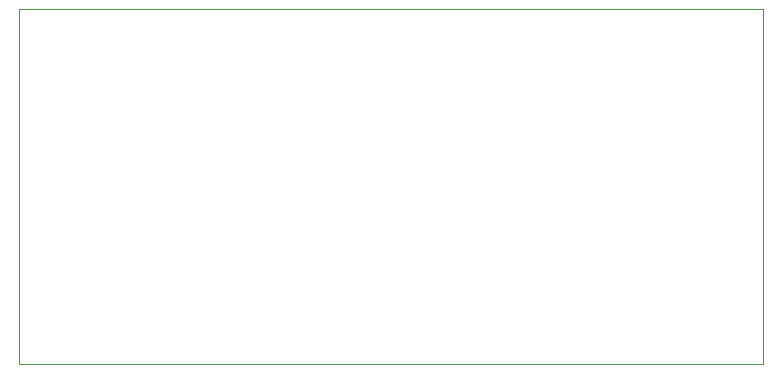
<source format=gbr>
%TF.GenerationSoftware,KiCad,Pcbnew,8.0.4-8.0.4-0~ubuntu24.04.1*%
%TF.CreationDate,2024-08-21T20:20:38-07:00*%
%TF.ProjectId,programmer,70726f67-7261-46d6-9d65-722e6b696361,1.0*%
%TF.SameCoordinates,Original*%
%TF.FileFunction,Profile,NP*%
%FSLAX46Y46*%
G04 Gerber Fmt 4.6, Leading zero omitted, Abs format (unit mm)*
G04 Created by KiCad (PCBNEW 8.0.4-8.0.4-0~ubuntu24.04.1) date 2024-08-21 20:20:38*
%MOMM*%
%LPD*%
G01*
G04 APERTURE LIST*
%TA.AperFunction,Profile*%
%ADD10C,0.100000*%
%TD*%
G04 APERTURE END LIST*
D10*
X40000000Y-20000000D02*
X103000000Y-20000000D01*
X103000000Y-50000000D01*
X40000000Y-50000000D01*
X40000000Y-20000000D01*
M02*

</source>
